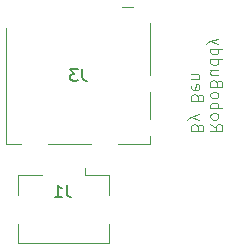
<source format=gbr>
%TF.GenerationSoftware,KiCad,Pcbnew,8.0.4*%
%TF.CreationDate,2024-08-15T19:07:05-07:00*%
%TF.ProjectId,RoboBuddy_NoSIlkScreen,526f626f-4275-4646-9479-5f4e6f53496c,rev?*%
%TF.SameCoordinates,Original*%
%TF.FileFunction,Legend,Bot*%
%TF.FilePolarity,Positive*%
%FSLAX46Y46*%
G04 Gerber Fmt 4.6, Leading zero omitted, Abs format (unit mm)*
G04 Created by KiCad (PCBNEW 8.0.4) date 2024-08-15 19:07:05*
%MOMM*%
%LPD*%
G01*
G04 APERTURE LIST*
%ADD10C,0.125000*%
%ADD11C,0.150000*%
%ADD12C,0.120000*%
G04 APERTURE END LIST*
D10*
X155938824Y-88708240D02*
X156415015Y-89041573D01*
X155938824Y-89279668D02*
X156938824Y-89279668D01*
X156938824Y-89279668D02*
X156938824Y-88898716D01*
X156938824Y-88898716D02*
X156891205Y-88803478D01*
X156891205Y-88803478D02*
X156843586Y-88755859D01*
X156843586Y-88755859D02*
X156748348Y-88708240D01*
X156748348Y-88708240D02*
X156605491Y-88708240D01*
X156605491Y-88708240D02*
X156510253Y-88755859D01*
X156510253Y-88755859D02*
X156462634Y-88803478D01*
X156462634Y-88803478D02*
X156415015Y-88898716D01*
X156415015Y-88898716D02*
X156415015Y-89279668D01*
X155938824Y-88136811D02*
X155986444Y-88232049D01*
X155986444Y-88232049D02*
X156034063Y-88279668D01*
X156034063Y-88279668D02*
X156129301Y-88327287D01*
X156129301Y-88327287D02*
X156415015Y-88327287D01*
X156415015Y-88327287D02*
X156510253Y-88279668D01*
X156510253Y-88279668D02*
X156557872Y-88232049D01*
X156557872Y-88232049D02*
X156605491Y-88136811D01*
X156605491Y-88136811D02*
X156605491Y-87993954D01*
X156605491Y-87993954D02*
X156557872Y-87898716D01*
X156557872Y-87898716D02*
X156510253Y-87851097D01*
X156510253Y-87851097D02*
X156415015Y-87803478D01*
X156415015Y-87803478D02*
X156129301Y-87803478D01*
X156129301Y-87803478D02*
X156034063Y-87851097D01*
X156034063Y-87851097D02*
X155986444Y-87898716D01*
X155986444Y-87898716D02*
X155938824Y-87993954D01*
X155938824Y-87993954D02*
X155938824Y-88136811D01*
X155938824Y-87374906D02*
X156938824Y-87374906D01*
X156557872Y-87374906D02*
X156605491Y-87279668D01*
X156605491Y-87279668D02*
X156605491Y-87089192D01*
X156605491Y-87089192D02*
X156557872Y-86993954D01*
X156557872Y-86993954D02*
X156510253Y-86946335D01*
X156510253Y-86946335D02*
X156415015Y-86898716D01*
X156415015Y-86898716D02*
X156129301Y-86898716D01*
X156129301Y-86898716D02*
X156034063Y-86946335D01*
X156034063Y-86946335D02*
X155986444Y-86993954D01*
X155986444Y-86993954D02*
X155938824Y-87089192D01*
X155938824Y-87089192D02*
X155938824Y-87279668D01*
X155938824Y-87279668D02*
X155986444Y-87374906D01*
X155938824Y-86327287D02*
X155986444Y-86422525D01*
X155986444Y-86422525D02*
X156034063Y-86470144D01*
X156034063Y-86470144D02*
X156129301Y-86517763D01*
X156129301Y-86517763D02*
X156415015Y-86517763D01*
X156415015Y-86517763D02*
X156510253Y-86470144D01*
X156510253Y-86470144D02*
X156557872Y-86422525D01*
X156557872Y-86422525D02*
X156605491Y-86327287D01*
X156605491Y-86327287D02*
X156605491Y-86184430D01*
X156605491Y-86184430D02*
X156557872Y-86089192D01*
X156557872Y-86089192D02*
X156510253Y-86041573D01*
X156510253Y-86041573D02*
X156415015Y-85993954D01*
X156415015Y-85993954D02*
X156129301Y-85993954D01*
X156129301Y-85993954D02*
X156034063Y-86041573D01*
X156034063Y-86041573D02*
X155986444Y-86089192D01*
X155986444Y-86089192D02*
X155938824Y-86184430D01*
X155938824Y-86184430D02*
X155938824Y-86327287D01*
X156462634Y-85232049D02*
X156415015Y-85089192D01*
X156415015Y-85089192D02*
X156367396Y-85041573D01*
X156367396Y-85041573D02*
X156272158Y-84993954D01*
X156272158Y-84993954D02*
X156129301Y-84993954D01*
X156129301Y-84993954D02*
X156034063Y-85041573D01*
X156034063Y-85041573D02*
X155986444Y-85089192D01*
X155986444Y-85089192D02*
X155938824Y-85184430D01*
X155938824Y-85184430D02*
X155938824Y-85565382D01*
X155938824Y-85565382D02*
X156938824Y-85565382D01*
X156938824Y-85565382D02*
X156938824Y-85232049D01*
X156938824Y-85232049D02*
X156891205Y-85136811D01*
X156891205Y-85136811D02*
X156843586Y-85089192D01*
X156843586Y-85089192D02*
X156748348Y-85041573D01*
X156748348Y-85041573D02*
X156653110Y-85041573D01*
X156653110Y-85041573D02*
X156557872Y-85089192D01*
X156557872Y-85089192D02*
X156510253Y-85136811D01*
X156510253Y-85136811D02*
X156462634Y-85232049D01*
X156462634Y-85232049D02*
X156462634Y-85565382D01*
X156605491Y-84136811D02*
X155938824Y-84136811D01*
X156605491Y-84565382D02*
X156081682Y-84565382D01*
X156081682Y-84565382D02*
X155986444Y-84517763D01*
X155986444Y-84517763D02*
X155938824Y-84422525D01*
X155938824Y-84422525D02*
X155938824Y-84279668D01*
X155938824Y-84279668D02*
X155986444Y-84184430D01*
X155986444Y-84184430D02*
X156034063Y-84136811D01*
X155938824Y-83232049D02*
X156938824Y-83232049D01*
X155986444Y-83232049D02*
X155938824Y-83327287D01*
X155938824Y-83327287D02*
X155938824Y-83517763D01*
X155938824Y-83517763D02*
X155986444Y-83613001D01*
X155986444Y-83613001D02*
X156034063Y-83660620D01*
X156034063Y-83660620D02*
X156129301Y-83708239D01*
X156129301Y-83708239D02*
X156415015Y-83708239D01*
X156415015Y-83708239D02*
X156510253Y-83660620D01*
X156510253Y-83660620D02*
X156557872Y-83613001D01*
X156557872Y-83613001D02*
X156605491Y-83517763D01*
X156605491Y-83517763D02*
X156605491Y-83327287D01*
X156605491Y-83327287D02*
X156557872Y-83232049D01*
X155938824Y-82327287D02*
X156938824Y-82327287D01*
X155986444Y-82327287D02*
X155938824Y-82422525D01*
X155938824Y-82422525D02*
X155938824Y-82613001D01*
X155938824Y-82613001D02*
X155986444Y-82708239D01*
X155986444Y-82708239D02*
X156034063Y-82755858D01*
X156034063Y-82755858D02*
X156129301Y-82803477D01*
X156129301Y-82803477D02*
X156415015Y-82803477D01*
X156415015Y-82803477D02*
X156510253Y-82755858D01*
X156510253Y-82755858D02*
X156557872Y-82708239D01*
X156557872Y-82708239D02*
X156605491Y-82613001D01*
X156605491Y-82613001D02*
X156605491Y-82422525D01*
X156605491Y-82422525D02*
X156557872Y-82327287D01*
X156605491Y-81946334D02*
X155938824Y-81708239D01*
X156605491Y-81470144D02*
X155938824Y-81708239D01*
X155938824Y-81708239D02*
X155700729Y-81803477D01*
X155700729Y-81803477D02*
X155653110Y-81851096D01*
X155653110Y-81851096D02*
X155605491Y-81946334D01*
X154852690Y-88946335D02*
X154805071Y-88803478D01*
X154805071Y-88803478D02*
X154757452Y-88755859D01*
X154757452Y-88755859D02*
X154662214Y-88708240D01*
X154662214Y-88708240D02*
X154519357Y-88708240D01*
X154519357Y-88708240D02*
X154424119Y-88755859D01*
X154424119Y-88755859D02*
X154376500Y-88803478D01*
X154376500Y-88803478D02*
X154328880Y-88898716D01*
X154328880Y-88898716D02*
X154328880Y-89279668D01*
X154328880Y-89279668D02*
X155328880Y-89279668D01*
X155328880Y-89279668D02*
X155328880Y-88946335D01*
X155328880Y-88946335D02*
X155281261Y-88851097D01*
X155281261Y-88851097D02*
X155233642Y-88803478D01*
X155233642Y-88803478D02*
X155138404Y-88755859D01*
X155138404Y-88755859D02*
X155043166Y-88755859D01*
X155043166Y-88755859D02*
X154947928Y-88803478D01*
X154947928Y-88803478D02*
X154900309Y-88851097D01*
X154900309Y-88851097D02*
X154852690Y-88946335D01*
X154852690Y-88946335D02*
X154852690Y-89279668D01*
X154995547Y-88374906D02*
X154328880Y-88136811D01*
X154995547Y-87898716D02*
X154328880Y-88136811D01*
X154328880Y-88136811D02*
X154090785Y-88232049D01*
X154090785Y-88232049D02*
X154043166Y-88279668D01*
X154043166Y-88279668D02*
X153995547Y-88374906D01*
X154852690Y-86422525D02*
X154805071Y-86279668D01*
X154805071Y-86279668D02*
X154757452Y-86232049D01*
X154757452Y-86232049D02*
X154662214Y-86184430D01*
X154662214Y-86184430D02*
X154519357Y-86184430D01*
X154519357Y-86184430D02*
X154424119Y-86232049D01*
X154424119Y-86232049D02*
X154376500Y-86279668D01*
X154376500Y-86279668D02*
X154328880Y-86374906D01*
X154328880Y-86374906D02*
X154328880Y-86755858D01*
X154328880Y-86755858D02*
X155328880Y-86755858D01*
X155328880Y-86755858D02*
X155328880Y-86422525D01*
X155328880Y-86422525D02*
X155281261Y-86327287D01*
X155281261Y-86327287D02*
X155233642Y-86279668D01*
X155233642Y-86279668D02*
X155138404Y-86232049D01*
X155138404Y-86232049D02*
X155043166Y-86232049D01*
X155043166Y-86232049D02*
X154947928Y-86279668D01*
X154947928Y-86279668D02*
X154900309Y-86327287D01*
X154900309Y-86327287D02*
X154852690Y-86422525D01*
X154852690Y-86422525D02*
X154852690Y-86755858D01*
X154376500Y-85374906D02*
X154328880Y-85470144D01*
X154328880Y-85470144D02*
X154328880Y-85660620D01*
X154328880Y-85660620D02*
X154376500Y-85755858D01*
X154376500Y-85755858D02*
X154471738Y-85803477D01*
X154471738Y-85803477D02*
X154852690Y-85803477D01*
X154852690Y-85803477D02*
X154947928Y-85755858D01*
X154947928Y-85755858D02*
X154995547Y-85660620D01*
X154995547Y-85660620D02*
X154995547Y-85470144D01*
X154995547Y-85470144D02*
X154947928Y-85374906D01*
X154947928Y-85374906D02*
X154852690Y-85327287D01*
X154852690Y-85327287D02*
X154757452Y-85327287D01*
X154757452Y-85327287D02*
X154662214Y-85803477D01*
X154995547Y-84898715D02*
X154328880Y-84898715D01*
X154900309Y-84898715D02*
X154947928Y-84851096D01*
X154947928Y-84851096D02*
X154995547Y-84755858D01*
X154995547Y-84755858D02*
X154995547Y-84613001D01*
X154995547Y-84613001D02*
X154947928Y-84517763D01*
X154947928Y-84517763D02*
X154852690Y-84470144D01*
X154852690Y-84470144D02*
X154328880Y-84470144D01*
D11*
X143773333Y-93874819D02*
X143773333Y-94589104D01*
X143773333Y-94589104D02*
X143820952Y-94731961D01*
X143820952Y-94731961D02*
X143916190Y-94827200D01*
X143916190Y-94827200D02*
X144059047Y-94874819D01*
X144059047Y-94874819D02*
X144154285Y-94874819D01*
X142773333Y-94874819D02*
X143344761Y-94874819D01*
X143059047Y-94874819D02*
X143059047Y-93874819D01*
X143059047Y-93874819D02*
X143154285Y-94017676D01*
X143154285Y-94017676D02*
X143249523Y-94112914D01*
X143249523Y-94112914D02*
X143344761Y-94160533D01*
X145088333Y-84054819D02*
X145088333Y-84769104D01*
X145088333Y-84769104D02*
X145135952Y-84911961D01*
X145135952Y-84911961D02*
X145231190Y-85007200D01*
X145231190Y-85007200D02*
X145374047Y-85054819D01*
X145374047Y-85054819D02*
X145469285Y-85054819D01*
X144707380Y-84054819D02*
X144088333Y-84054819D01*
X144088333Y-84054819D02*
X144421666Y-84435771D01*
X144421666Y-84435771D02*
X144278809Y-84435771D01*
X144278809Y-84435771D02*
X144183571Y-84483390D01*
X144183571Y-84483390D02*
X144135952Y-84531009D01*
X144135952Y-84531009D02*
X144088333Y-84626247D01*
X144088333Y-84626247D02*
X144088333Y-84864342D01*
X144088333Y-84864342D02*
X144135952Y-84959580D01*
X144135952Y-84959580D02*
X144183571Y-85007200D01*
X144183571Y-85007200D02*
X144278809Y-85054819D01*
X144278809Y-85054819D02*
X144564523Y-85054819D01*
X144564523Y-85054819D02*
X144659761Y-85007200D01*
X144659761Y-85007200D02*
X144707380Y-84959580D01*
D12*
%TO.C,J1*%
X139640000Y-92990000D02*
X139640000Y-94700000D01*
X139640000Y-97200000D02*
X139640000Y-98810000D01*
X139640000Y-98810000D02*
X147360000Y-98810000D01*
X141700000Y-92990000D02*
X139640000Y-92990000D01*
X145300000Y-92400000D02*
X145300000Y-92990000D01*
X145300000Y-92990000D02*
X147360000Y-92990000D01*
X147360000Y-92990000D02*
X147360000Y-94700000D01*
X147360000Y-97200000D02*
X147360000Y-98810000D01*
%TO.C,J3*%
X138645000Y-80600000D02*
X138645000Y-90420000D01*
X138645000Y-90420000D02*
X139875000Y-90420000D01*
X142175000Y-90420000D02*
X145845000Y-90420000D01*
X148145000Y-90420000D02*
X150825000Y-90420000D01*
X148485000Y-78780000D02*
X149345000Y-78780000D01*
X150825000Y-84600000D02*
X150825000Y-80150000D01*
X150825000Y-88300000D02*
X150825000Y-86000000D01*
X150825000Y-90420000D02*
X150825000Y-89700000D01*
%TD*%
M02*

</source>
